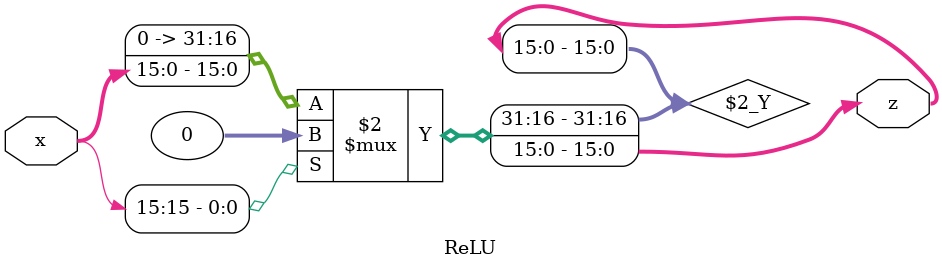
<source format=sv>
`timescale 1ns / 1ps

module ReLU #(parameter BITS = 16) (
	input	[BITS-1:0]	x,
	output	[BITS-1:0]	z
);

//ReLU (x) = max{0, x}
assign z = x[BITS-1] ? 0 : x;

endmodule // relu
</source>
